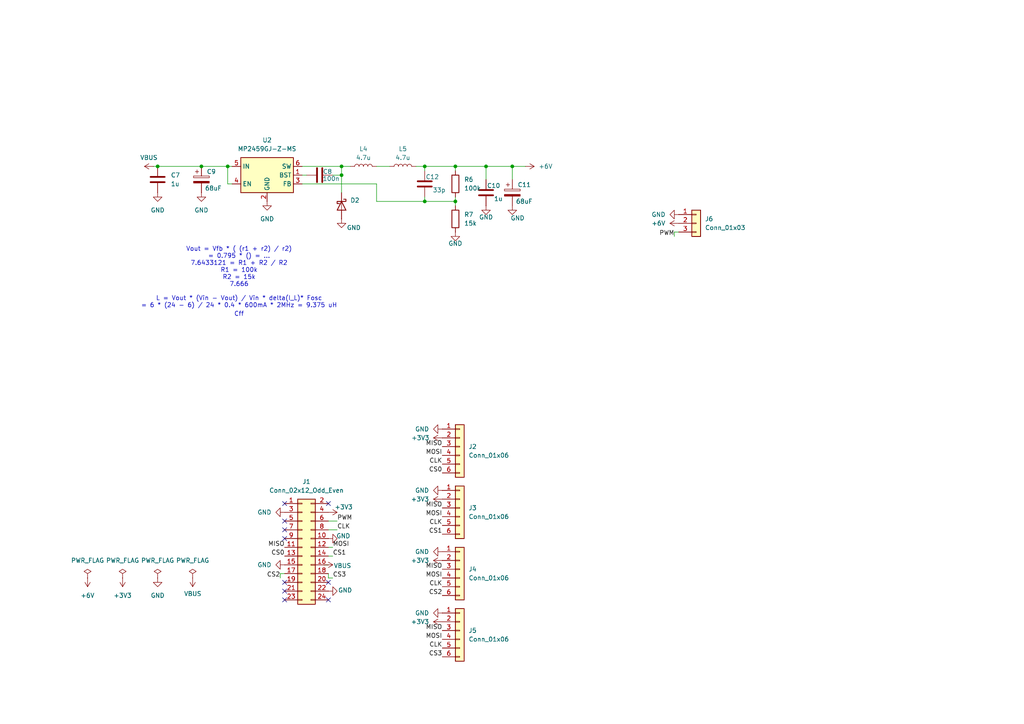
<source format=kicad_sch>
(kicad_sch (version 20250114) (generator "eeschema") (generator_version "9.0")
  (paper "A4")
  (lib_symbols
    (symbol "Bluesat:MP2459GJ-Z-MS"
      (property "Reference" "U" (at -7.62 6.35 0))
      (property "Value" "MP2459GJ-Z-MS" (at 2.54 6.35 0))
      (symbol "MP2459GJ-Z-MS_0_1"
        (rectangle (start -7.62 5.08) (end 7.62 -5.08) (stroke (width 0.254)) (fill (type background)))
      )
      (symbol "MP2459GJ-Z-MS_1_1"
        (pin power_in line (at -10.16 2.54 0) (length 2.54) (name "IN") (number "5"))
        (pin passive line (at -10.16 -2.54 0) (length 2.54) (name "EN") (number "4"))
        (pin power_in line (at 0 -7.62 90) (length 2.54) (name "GND") (number "2"))
        (pin output line (at 10.16 2.54 180) (length 2.54) (name "SW") (number "6"))
        (pin passive line (at 10.16 0 180) (length 2.54) (name "BST") (number "1"))
        (pin input line (at 10.16 -2.54 180) (length 2.54) (name "FB") (number "3"))
      )
    )
    (symbol "Connector_Generic:Conn_01x03" (pin_names (offset 1.016) (hide yes))
      (property "Reference" "J" (at 0 5.08 0))
      (property "Value" "Conn_01x03" (at 0 -5.08 0))
      (symbol "Conn_01x03_1_1"
        (rectangle (start -1.27 3.81) (end 1.27 -3.81) (stroke (width 0.254)) (fill (type background)))
        (rectangle (start -1.27 2.667) (end 0 2.413) (stroke (width 0.1524)))
        (rectangle (start -1.27 0.127) (end 0 -0.127) (stroke (width 0.1524)))
        (rectangle (start -1.27 -2.413) (end 0 -2.667) (stroke (width 0.1524)))
        (pin passive line (at -5.08 2.54 0) (length 3.81) (name "Pin_1") (number "1"))
        (pin passive line (at -5.08 0 0) (length 3.81) (name "Pin_2") (number "2"))
        (pin passive line (at -5.08 -2.54 0) (length 3.81) (name "Pin_3") (number "3"))
      )
    )
    (symbol "Connector_Generic:Conn_01x06" (pin_names (offset 1.016) (hide yes))
      (property "Reference" "J" (at 0 7.62 0))
      (property "Value" "Conn_01x06" (at 0 -10.16 0))
      (symbol "Conn_01x06_1_1"
        (rectangle (start -1.27 6.35) (end 1.27 -8.89) (stroke (width 0.254)) (fill (type background)))
        (rectangle (start -1.27 5.207) (end 0 4.953) (stroke (width 0.1524)))
        (rectangle (start -1.27 2.667) (end 0 2.413) (stroke (width 0.1524)))
        (rectangle (start -1.27 0.127) (end 0 -0.127) (stroke (width 0.1524)))
        (rectangle (start -1.27 -2.413) (end 0 -2.667) (stroke (width 0.1524)))
        (rectangle (start -1.27 -4.953) (end 0 -5.207) (stroke (width 0.1524)))
        (rectangle (start -1.27 -7.493) (end 0 -7.747) (stroke (width 0.1524)))
        (pin passive line (at -5.08 5.08 0) (length 3.81) (name "Pin_1") (number "1"))
        (pin passive line (at -5.08 2.54 0) (length 3.81) (name "Pin_2") (number "2"))
        (pin passive line (at -5.08 0 0) (length 3.81) (name "Pin_3") (number "3"))
        (pin passive line (at -5.08 -2.54 0) (length 3.81) (name "Pin_4") (number "4"))
        (pin passive line (at -5.08 -5.08 0) (length 3.81) (name "Pin_5") (number "5"))
        (pin passive line (at -5.08 -7.62 0) (length 3.81) (name "Pin_6") (number "6"))
      )
    )
    (symbol "Connector_Generic:Conn_02x12_Odd_Even" (pin_names (offset 1.016) (hide yes))
      (property "Reference" "J" (at 1.27 15.24 0))
      (property "Value" "Conn_02x12_Odd_Even" (at 1.27 -17.78 0))
      (symbol "Conn_02x12_Odd_Even_1_1"
        (rectangle (start -1.27 13.97) (end 3.81 -16.51) (stroke (width 0.254)) (fill (type background)))
        (rectangle (start -1.27 12.827) (end 0 12.573) (stroke (width 0.1524)))
        (rectangle (start -1.27 10.287) (end 0 10.033) (stroke (width 0.1524)))
        (rectangle (start -1.27 7.747) (end 0 7.493) (stroke (width 0.1524)))
        (rectangle (start -1.27 5.207) (end 0 4.953) (stroke (width 0.1524)))
        (rectangle (start -1.27 2.667) (end 0 2.413) (stroke (width 0.1524)))
        (rectangle (start -1.27 0.127) (end 0 -0.127) (stroke (width 0.1524)))
        (rectangle (start -1.27 -2.413) (end 0 -2.667) (stroke (width 0.1524)))
        (rectangle (start -1.27 -4.953) (end 0 -5.207) (stroke (width 0.1524)))
        (rectangle (start -1.27 -7.493) (end 0 -7.747) (stroke (width 0.1524)))
        (rectangle (start -1.27 -10.033) (end 0 -10.287) (stroke (width 0.1524)))
        (rectangle (start -1.27 -12.573) (end 0 -12.827) (stroke (width 0.1524)))
        (rectangle (start -1.27 -15.113) (end 0 -15.367) (stroke (width 0.1524)))
        (rectangle (start 3.81 12.827) (end 2.54 12.573) (stroke (width 0.1524)))
        (rectangle (start 3.81 10.287) (end 2.54 10.033) (stroke (width 0.1524)))
        (rectangle (start 3.81 7.747) (end 2.54 7.493) (stroke (width 0.1524)))
        (rectangle (start 3.81 5.207) (end 2.54 4.953) (stroke (width 0.1524)))
        (rectangle (start 3.81 2.667) (end 2.54 2.413) (stroke (width 0.1524)))
        (rectangle (start 3.81 0.127) (end 2.54 -0.127) (stroke (width 0.1524)))
        (rectangle (start 3.81 -2.413) (end 2.54 -2.667) (stroke (width 0.1524)))
        (rectangle (start 3.81 -4.953) (end 2.54 -5.207) (stroke (width 0.1524)))
        (rectangle (start 3.81 -7.493) (end 2.54 -7.747) (stroke (width 0.1524)))
        (rectangle (start 3.81 -10.033) (end 2.54 -10.287) (stroke (width 0.1524)))
        (rectangle (start 3.81 -12.573) (end 2.54 -12.827) (stroke (width 0.1524)))
        (rectangle (start 3.81 -15.113) (end 2.54 -15.367) (stroke (width 0.1524)))
        (pin passive line (at -5.08 12.7 0) (length 3.81) (name "Pin_1") (number "1"))
        (pin passive line (at -5.08 10.16 0) (length 3.81) (name "Pin_3") (number "3"))
        (pin passive line (at -5.08 7.62 0) (length 3.81) (name "Pin_5") (number "5"))
        (pin passive line (at -5.08 5.08 0) (length 3.81) (name "Pin_7") (number "7"))
        (pin passive line (at -5.08 2.54 0) (length 3.81) (name "Pin_9") (number "9"))
        (pin passive line (at -5.08 0 0) (length 3.81) (name "Pin_11") (number "11"))
        (pin passive line (at -5.08 -2.54 0) (length 3.81) (name "Pin_13") (number "13"))
        (pin passive line (at -5.08 -5.08 0) (length 3.81) (name "Pin_15") (number "15"))
        (pin passive line (at -5.08 -7.62 0) (length 3.81) (name "Pin_17") (number "17"))
        (pin passive line (at -5.08 -10.16 0) (length 3.81) (name "Pin_19") (number "19"))
        (pin passive line (at -5.08 -12.7 0) (length 3.81) (name "Pin_21") (number "21"))
        (pin passive line (at -5.08 -15.24 0) (length 3.81) (name "Pin_23") (number "23"))
        (pin passive line (at 7.62 12.7 180) (length 3.81) (name "Pin_2") (number "2"))
        (pin passive line (at 7.62 10.16 180) (length 3.81) (name "Pin_4") (number "4"))
        (pin passive line (at 7.62 7.62 180) (length 3.81) (name "Pin_6") (number "6"))
        (pin passive line (at 7.62 5.08 180) (length 3.81) (name "Pin_8") (number "8"))
        (pin passive line (at 7.62 2.54 180) (length 3.81) (name "Pin_10") (number "10"))
        (pin passive line (at 7.62 0 180) (length 3.81) (name "Pin_12") (number "12"))
        (pin passive line (at 7.62 -2.54 180) (length 3.81) (name "Pin_14") (number "14"))
        (pin passive line (at 7.62 -5.08 180) (length 3.81) (name "Pin_16") (number "16"))
        (pin passive line (at 7.62 -7.62 180) (length 3.81) (name "Pin_18") (number "18"))
        (pin passive line (at 7.62 -10.16 180) (length 3.81) (name "Pin_20") (number "20"))
        (pin passive line (at 7.62 -12.7 180) (length 3.81) (name "Pin_22") (number "22"))
        (pin passive line (at 7.62 -15.24 180) (length 3.81) (name "Pin_24") (number "24"))
      )
    )
    (symbol "Device:C" (pin_numbers (hide yes)) (pin_names (offset 0.254))
      (property "Reference" "C" (at 0.635 2.54 0))
      (property "Value" "C" (at 0.635 -2.54 0))
      (symbol "C_0_1"
        (polyline (pts (xy -2.032 0.762) (xy 2.032 0.762)) (stroke (width 0.508)))
        (polyline (pts (xy -2.032 -0.762) (xy 2.032 -0.762)) (stroke (width 0.508)))
      )
      (symbol "C_1_1"
        (pin passive line (at 0 3.81 270) (length 2.794) (name "~") (number "1"))
        (pin passive line (at 0 -3.81 90) (length 2.794) (name "~") (number "2"))
      )
    )
    (symbol "Device:C_Polarized" (pin_numbers (hide yes)) (pin_names (offset 0.254))
      (property "Reference" "C" (at 0.635 2.54 0))
      (property "Value" "C_Polarized" (at 0.635 -2.54 0))
      (symbol "C_Polarized_0_1"
        (rectangle (start -2.286 0.508) (end 2.286 1.016))
        (polyline (pts (xy -1.778 2.286) (xy -0.762 2.286)))
        (polyline (pts (xy -1.27 2.794) (xy -1.27 1.778)))
        (rectangle (start 2.286 -0.508) (end -2.286 -1.016) (fill (type outline)))
      )
      (symbol "C_Polarized_1_1"
        (pin passive line (at 0 3.81 270) (length 2.794) (name "~") (number "1"))
        (pin passive line (at 0 -3.81 90) (length 2.794) (name "~") (number "2"))
      )
    )
    (symbol "Device:D_Schottky" (pin_numbers (hide yes)) (pin_names (offset 1.016) (hide yes))
      (property "Reference" "D" (at 0 2.54 0))
      (property "Value" "D_Schottky" (at 0 -2.54 0))
      (symbol "D_Schottky_0_1"
        (polyline (pts (xy -1.905 0.635) (xy -1.905 1.27) (xy -1.27 1.27) (xy -1.27 -1.27) (xy -0.635 -1.27) (xy -0.635 -0.635)) (stroke (width 0.254)))
        (polyline (pts (xy 1.27 1.27) (xy 1.27 -1.27) (xy -1.27 0) (xy 1.27 1.27)) (stroke (width 0.254)))
        (polyline (pts (xy 1.27 0) (xy -1.27 0)))
      )
      (symbol "D_Schottky_1_1"
        (pin passive line (at -3.81 0 0) (length 2.54) (name "K") (number "1"))
        (pin passive line (at 3.81 0 180) (length 2.54) (name "A") (number "2"))
      )
    )
    (symbol "Device:L" (pin_numbers (hide yes)) (pin_names (offset 1.016) (hide yes))
      (property "Reference" "L" (at -1.27 0 90))
      (property "Value" "L" (at 1.905 0 90))
      (symbol "L_0_1"
        (arc (start 0 2.54) (mid 0.6323 1.905) (end 0 1.27))
        (arc (start 0 1.27) (mid 0.6323 0.635) (end 0 0))
        (arc (start 0 0) (mid 0.6323 -0.635) (end 0 -1.27))
        (arc (start 0 -1.27) (mid 0.6323 -1.905) (end 0 -2.54))
      )
      (symbol "L_1_1"
        (pin passive line (at 0 3.81 270) (length 1.27) (name "1") (number "1"))
        (pin passive line (at 0 -3.81 90) (length 1.27) (name "2") (number "2"))
      )
    )
    (symbol "Device:R" (pin_numbers (hide yes)) (pin_names (offset 0))
      (property "Reference" "R" (at 2.032 0 90))
      (property "Value" "R" (at 0 0 90))
      (symbol "R_0_1"
        (rectangle (start -1.016 -2.54) (end 1.016 2.54) (stroke (width 0.254)))
      )
      (symbol "R_1_1"
        (pin passive line (at 0 3.81 270) (length 1.27) (name "~") (number "1"))
        (pin passive line (at 0 -3.81 90) (length 1.27) (name "~") (number "2"))
      )
    )
    (symbol "power:+12V" (power) (pin_numbers (hide yes)) (pin_names (offset 0) (hide yes))
      (property "Value" "+12V" (at 0 3.556 0))
      (symbol "+12V_0_1"
        (polyline (pts (xy -0.762 1.27) (xy 0 2.54)))
        (polyline (pts (xy 0 2.54) (xy 0.762 1.27)))
        (polyline (pts (xy 0 0) (xy 0 2.54)))
      )
      (symbol "+12V_1_1"
        (pin power_in line (at 0 0 90) (length 0) (name "~") (number "1"))
      )
    )
    (symbol "power:+3V3" (power) (pin_numbers (hide yes)) (pin_names (offset 0) (hide yes))
      (property "Value" "+3V3" (at 0 3.556 0))
      (symbol "+3V3_0_1"
        (polyline (pts (xy -0.762 1.27) (xy 0 2.54)))
        (polyline (pts (xy 0 2.54) (xy 0.762 1.27)))
        (polyline (pts (xy 0 0) (xy 0 2.54)))
      )
      (symbol "+3V3_1_1"
        (pin power_in line (at 0 0 90) (length 0) (name "~") (number "1"))
      )
    )
    (symbol "power:+6V" (power) (pin_numbers (hide yes)) (pin_names (offset 0) (hide yes))
      (property "Value" "+6V" (at 0 3.556 0))
      (symbol "+6V_0_1"
        (polyline (pts (xy -0.762 1.27) (xy 0 2.54)))
        (polyline (pts (xy 0 2.54) (xy 0.762 1.27)))
        (polyline (pts (xy 0 0) (xy 0 2.54)))
      )
      (symbol "+6V_1_1"
        (pin power_in line (at 0 0 90) (length 0) (name "~") (number "1"))
      )
    )
    (symbol "power:GND" (power) (pin_numbers (hide yes)) (pin_names (offset 0) (hide yes))
      (property "Value" "GND" (at 0 -3.81 0))
      (symbol "GND_0_1"
        (polyline (pts (xy 0 0) (xy 0 -1.27) (xy 1.27 -1.27) (xy 0 -2.54) (xy -1.27 -1.27) (xy 0 -1.27)))
      )
      (symbol "GND_1_1"
        (pin power_in line (at 0 0 270) (length 0) (name "~") (number "1"))
      )
    )
    (symbol "power:PWR_FLAG" (power) (pin_numbers (hide yes)) (pin_names (offset 0) (hide yes))
      (property "Value" "PWR_FLAG" (at 0 3.81 0))
      (symbol "PWR_FLAG_0_0"
        (pin power_out line (at 0 0 90) (length 0) (name "~") (number "1"))
      )
      (symbol "PWR_FLAG_0_1"
        (polyline (pts (xy 0 0) (xy 0 1.27) (xy -1.016 1.905) (xy 0 2.54) (xy 1.016 1.905) (xy 0 1.27)))
      )
    )
    (symbol "power:VBUS" (power) (pin_numbers (hide yes)) (pin_names (offset 0) (hide yes))
      (property "Value" "VBUS" (at 0 3.556 0))
      (symbol "VBUS_0_1"
        (polyline (pts (xy -0.762 1.27) (xy 0 2.54)))
        (polyline (pts (xy 0 2.54) (xy 0.762 1.27)))
        (polyline (pts (xy 0 0) (xy 0 2.54)))
      )
      (symbol "VBUS_1_1"
        (pin power_in line (at 0 0 90) (length 0) (name "~") (number "1"))
      )
    )
  )
  (text "Vout = Vfb * ( (r1 + r2) / r2)\n= 0.795 * () = ...\n7.6433121 = R1 + R2 / R2\nR1 = 100k\nR2 = 15k\n7.666\n\nL = Vout * (Vin - Vout) / Vin * delta(I_L)* Fosc\n= 6 * (24 - 6) / 24 * 0.4 * 600mA * 2MHz = 9.375 uH\n\n\n" (at 69.342 82.55 0) (effects (font (size 1.27 1.27))))
  (text "Cff\n" (at 69.342 91.186 0) (effects (font (size 1.27 1.27))))
  (junction (at 140.97 48.26))
  (junction (at 99.06 50.8))
  (junction (at 58.42 48.26))
  (junction (at 148.59 48.26))
  (junction (at 132.08 48.26))
  (junction (at 99.06 48.26))
  (junction (at 66.04 48.26))
  (junction (at 123.19 58.42))
  (junction (at 123.19 48.26))
  (junction (at 45.72 48.26))
  (junction (at 132.08 58.42))
  (no_connect (at 82.55 151.13))
  (no_connect (at 82.55 146.05))
  (no_connect (at 82.55 153.67))
  (no_connect (at 82.55 156.21))
  (no_connect (at 82.55 168.91))
  (no_connect (at 95.25 146.05))
  (no_connect (at 82.55 171.45))
  (no_connect (at 82.55 173.99))
  (no_connect (at 95.25 173.99))
  (no_connect (at 95.25 168.91))
  (wire (pts (xy 123.19 48.26) (xy 132.08 48.26)))
  (wire (pts (xy 123.19 48.26) (xy 123.19 49.53)))
  (wire (pts (xy 45.72 48.26) (xy 58.42 48.26)))
  (wire (pts (xy 66.04 53.34) (xy 67.31 53.34)))
  (wire (pts (xy 99.06 55.88) (xy 99.06 50.8)))
  (wire (pts (xy 132.08 58.42) (xy 132.08 59.69)))
  (wire (pts (xy 95.25 151.13) (xy 97.79 151.13)))
  (wire (pts (xy 81.28 167.64) (xy 81.28 166.37)))
  (wire (pts (xy 44.45 48.26) (xy 45.72 48.26)))
  (wire (pts (xy 123.19 58.42) (xy 132.08 58.42)))
  (wire (pts (xy 109.22 53.34) (xy 109.22 58.42)))
  (wire (pts (xy 87.63 53.34) (xy 109.22 53.34)))
  (wire (pts (xy 66.04 48.26) (xy 66.04 53.34)))
  (wire (pts (xy 140.97 48.26) (xy 148.59 48.26)))
  (wire (pts (xy 195.58 67.31) (xy 196.85 67.31)))
  (wire (pts (xy 95.25 167.64) (xy 95.25 166.37)))
  (wire (pts (xy 109.22 48.26) (xy 113.03 48.26)))
  (wire (pts (xy 148.59 48.26) (xy 152.4 48.26)))
  (wire (pts (xy 148.59 52.07) (xy 148.59 48.26)))
  (wire (pts (xy 96.52 50.8) (xy 99.06 50.8)))
  (wire (pts (xy 120.65 48.26) (xy 123.19 48.26)))
  (wire (pts (xy 96.52 161.29) (xy 95.25 161.29)))
  (wire (pts (xy 195.58 68.58) (xy 195.58 67.31)))
  (wire (pts (xy 123.19 57.15) (xy 123.19 58.42)))
  (wire (pts (xy 58.42 48.26) (xy 66.04 48.26)))
  (wire (pts (xy 132.08 48.26) (xy 140.97 48.26)))
  (wire (pts (xy 99.06 50.8) (xy 99.06 48.26)))
  (wire (pts (xy 81.28 166.37) (xy 82.55 166.37)))
  (wire (pts (xy 99.06 48.26) (xy 101.6 48.26)))
  (wire (pts (xy 132.08 57.15) (xy 132.08 58.42)))
  (wire (pts (xy 87.63 48.26) (xy 99.06 48.26)))
  (wire (pts (xy 87.63 50.8) (xy 88.9 50.8)))
  (wire (pts (xy 109.22 58.42) (xy 123.19 58.42)))
  (wire (pts (xy 96.52 167.64) (xy 95.25 167.64)))
  (wire (pts (xy 132.08 48.26) (xy 132.08 49.53)))
  (wire (pts (xy 66.04 48.26) (xy 67.31 48.26)))
  (wire (pts (xy 140.97 48.26) (xy 140.97 52.07)))
  (wire (pts (xy 96.52 158.75) (xy 95.25 158.75)))
  (wire (pts (xy 93.98 163.83) (xy 95.25 163.83)))
  (wire (pts (xy 97.79 153.67) (xy 95.25 153.67)))
  (label "MOSI" (at 128.27 167.64 180))
  (label "MOSI" (at 128.27 185.42 180))
  (label "CS0" (at 82.55 161.29 180))
  (label "MOSI" (at 128.27 149.86 180))
  (label "CS3" (at 96.52 167.64 0))
  (label "PWM" (at 97.79 151.13 0))
  (label "CLK" (at 128.27 152.4 180))
  (label "MISO" (at 82.55 158.75 180))
  (label "MISO" (at 128.27 182.88 180))
  (label "MISO" (at 128.27 147.32 180))
  (label "CS1" (at 128.27 154.94 180))
  (label "MOSI" (at 96.52 158.75 0))
  (label "CS0" (at 128.27 137.16 180))
  (label "CLK" (at 128.27 134.62 180))
  (label "CS2" (at 81.28 167.64 180))
  (label "CLK" (at 128.27 170.18 180))
  (label "CS1" (at 96.52 161.29 0))
  (label "MOSI" (at 128.27 132.08 180))
  (label "MISO" (at 128.27 165.1 180))
  (label "CLK" (at 128.27 187.96 180))
  (label "CS3" (at 128.27 190.5 180))
  (label "PWM" (at 195.58 68.58 180))
  (label "MISO" (at 128.27 129.54 180))
  (label "CLK" (at 97.79 153.67 0))
  (label "CS2" (at 128.27 172.72 180))
  (symbol (lib_id "power:+3V3") (at 128.27 180.34 90) (unit 1)
    (property "Reference" "#PWR012" (effects (hide yes)))
    (property "Value" "+3V3" (at 124.46 180.3399 90) (effects (justify left)))
    (property "Description" "Power symbol creates a global label with name \"+3V3\"" (effects (hide yes)))
  )
  (symbol (lib_id "power:GND") (at 95.25 171.45 90) (unit 1)
    (property "Reference" "#PWR013" (effects (hide yes)))
    (property "Value" "GND" (at 98.044 171.196 90) (effects (justify right)))
    (property "Description" "Power symbol creates a global label with name \"GND\" , ground" (effects (hide yes)))
  )
  (symbol (lib_id "power:GND") (at 128.27 160.02 270) (unit 1)
    (property "Reference" "#PWR09" (effects (hide yes)))
    (property "Value" "GND" (at 124.46 160.0199 90) (effects (justify right)))
    (property "Description" "Power symbol creates a global label with name \"GND\" , ground" (effects (hide yes)))
  )
  (symbol (lib_id "Connector_Generic:Conn_01x06") (at 133.35 147.32 0) (unit 1)
    (property "Reference" "J3" (at 135.89 147.3199 0) (effects (justify left)))
    (property "Value" "Conn_01x06" (at 135.89 149.8599 0) (effects (justify left)))
    (property "Footprint" "Bluesat:SM06B-PASS" (effects (hide yes)))
    (property "Description" "Generic connector, single row, 01x06, script generated (kicad-library-utils/schlib/autogen/connector/)" (effects (hide yes)))
  )
  (symbol (lib_id "power:GND") (at 58.42 55.88 0) (unit 1)
    (property "Reference" "#PWR034" (effects (hide yes)))
    (property "Value" "GND" (at 58.42 60.96 0))
    (property "Description" "Power symbol creates a global label with name \"GND\" , ground" (effects (hide yes)))
  )
  (symbol (lib_id "Device:L") (at 116.84 48.26 90) (unit 1)
    (property "Reference" "L5" (at 116.84 43.18 90))
    (property "Value" "4.7u" (at 116.84 45.72 90))
    (property "Footprint" "Inductor_SMD:L_Changjiang_FNR4020S" (effects (hide yes)))
    (property "Description" "Inductor" (effects (hide yes)))
  )
  (symbol (lib_id "power:+6V") (at 152.4 48.26 270) (unit 1)
    (property "Reference" "#PWR036" (effects (hide yes)))
    (property "Value" "+6V" (at 156.21 48.2599 90) (effects (justify left)))
    (property "Description" "Power symbol creates a global label with name \"+6V\"" (effects (hide yes)))
  )
  (symbol (lib_id "power:+12V") (at 25.4 167.64 180) (unit 1)
    (property "Reference" "#PWR028" (effects (hide yes)))
    (property "Value" "+6V" (at 25.4 172.72 0))
    (property "Description" "Power symbol creates a global label with name \"+12V\"" (effects (hide yes)))
  )
  (symbol (lib_id "power:PWR_FLAG") (at 25.4 167.64 0) (unit 1)
    (property "Reference" "#FLG04" (effects (hide yes)))
    (property "Value" "PWR_FLAG" (at 25.4 162.56 0))
    (property "Description" "Special symbol for telling ERC where power comes from" (effects (hide yes)))
  )
  (symbol (lib_id "Device:C") (at 45.72 52.07 0) (unit 1)
    (property "Reference" "C7" (at 49.53 50.7999 0) (effects (justify left)))
    (property "Value" "1u" (at 49.53 53.3399 0) (effects (justify left)))
    (property "Footprint" "Capacitor_SMD:C_1206_3216Metric" (effects (hide yes)))
    (property "Description" "Unpolarized capacitor" (effects (hide yes)))
  )
  (symbol (lib_id "Connector_Generic:Conn_02x12_Odd_Even") (at 87.63 158.75 0) (unit 1)
    (property "Reference" "J1" (at 88.9 139.7 0))
    (property "Value" "Conn_02x12_Odd_Even" (at 88.9 142.24 0))
    (property "Footprint" "Bluesat:BM24B-ZPDSS" (effects (hide yes)))
    (property "Description" "Generic connector, double row, 02x12, odd/even pin numbering scheme (row 1 odd numbers, row 2 even numbers), script generated (kicad-library-utils/schlib/autogen/connector/)" (effects (hide yes)))
  )
  (symbol (lib_id "power:VBUS") (at 93.98 163.83 270) (unit 1)
    (property "Reference" "#PWR017" (effects (hide yes)))
    (property "Value" "VBUS" (at 96.774 164.084 90) (effects (justify left)))
    (property "Description" "Power symbol creates a global label with name \"VBUS\"" (effects (hide yes)))
  )
  (symbol (lib_id "Connector_Generic:Conn_01x06") (at 133.35 182.88 0) (unit 1)
    (property "Reference" "J5" (at 135.89 182.8799 0) (effects (justify left)))
    (property "Value" "Conn_01x06" (at 135.89 185.4199 0) (effects (justify left)))
    (property "Footprint" "Bluesat:SM06B-PASS" (effects (hide yes)))
    (property "Description" "Generic connector, single row, 01x06, script generated (kicad-library-utils/schlib/autogen/connector/)" (effects (hide yes)))
  )
  (symbol (lib_id "power:GND") (at 128.27 177.8 270) (unit 1)
    (property "Reference" "#PWR011" (effects (hide yes)))
    (property "Value" "GND" (at 124.46 177.7999 90) (effects (justify right)))
    (property "Description" "Power symbol creates a global label with name \"GND\" , ground" (effects (hide yes)))
  )
  (symbol (lib_id "Device:C_Polarized") (at 148.59 55.88 0) (unit 1)
    (property "Reference" "C11" (at 150.114 53.594 0) (effects (justify left)))
    (property "Value" "68uF" (at 149.606 58.42 0) (effects (justify left)))
    (property "Footprint" "Capacitor_SMD:CP_Elec_10x10" (effects (hide yes)))
    (property "Description" "Polarized capacitor" (effects (hide yes)))
  )
  (symbol (lib_id "power:+3V3") (at 128.27 127 90) (unit 1)
    (property "Reference" "#PWR01" (effects (hide yes)))
    (property "Value" "+3V3" (at 121.92 127 90))
    (property "Description" "Power symbol creates a global label with name \"+3V3\"" (effects (hide yes)))
  )
  (symbol (lib_id "Connector_Generic:Conn_01x06") (at 133.35 165.1 0) (unit 1)
    (property "Reference" "J4" (at 135.89 165.0999 0) (effects (justify left)))
    (property "Value" "Conn_01x06" (at 135.89 167.6399 0) (effects (justify left)))
    (property "Footprint" "Bluesat:SM06B-PASS" (effects (hide yes)))
    (property "Description" "Generic connector, single row, 01x06, script generated (kicad-library-utils/schlib/autogen/connector/)" (effects (hide yes)))
  )
  (symbol (lib_id "power:GND") (at 99.06 63.5 0) (unit 1)
    (property "Reference" "#PWR035" (effects (hide yes)))
    (property "Value" "GND" (at 102.616 66.04 0))
    (property "Description" "Power symbol creates a global label with name \"GND\" , ground" (effects (hide yes)))
  )
  (symbol (lib_id "power:PWR_FLAG") (at 55.88 167.64 0) (unit 1)
    (property "Reference" "#FLG03" (effects (hide yes)))
    (property "Value" "PWR_FLAG" (at 55.88 162.56 0))
    (property "Description" "Special symbol for telling ERC where power comes from" (effects (hide yes)))
  )
  (symbol (lib_id "Device:L") (at 105.41 48.26 90) (unit 1)
    (property "Reference" "L4" (at 105.41 43.18 90))
    (property "Value" "4.7u" (at 105.41 45.72 90))
    (property "Footprint" "Inductor_SMD:L_Changjiang_FNR4020S" (effects (hide yes)))
    (property "Description" "Inductor" (effects (hide yes)))
  )
  (symbol (lib_id "power:+3V3") (at 128.27 144.78 90) (unit 1)
    (property "Reference" "#PWR08" (effects (hide yes)))
    (property "Value" "+3V3" (at 124.46 144.7799 90) (effects (justify left)))
    (property "Description" "Power symbol creates a global label with name \"+3V3\"" (effects (hide yes)))
  )
  (symbol (lib_id "power:GND") (at 77.47 58.42 0) (unit 1)
    (property "Reference" "#PWR031" (effects (hide yes)))
    (property "Value" "GND" (at 77.47 63.5 0))
    (property "Description" "Power symbol creates a global label with name \"GND\" , ground" (effects (hide yes)))
  )
  (symbol (lib_id "Device:C") (at 123.19 53.34 0) (unit 1)
    (property "Reference" "C12" (at 123.444 51.308 0) (effects (justify left)))
    (property "Value" "33p" (at 125.476 55.118 0) (effects (justify left)))
    (property "Footprint" "Capacitor_SMD:C_0402_1005Metric" (effects (hide yes)))
    (property "Description" "Unpolarized capacitor" (effects (hide yes)))
  )
  (symbol (lib_id "power:+12V") (at 44.45 48.26 90) (unit 1)
    (property "Reference" "#PWR032" (effects (hide yes)))
    (property "Value" "VBUS" (at 43.18 45.72 90))
    (property "Description" "Power symbol creates a global label with name \"+12V\"" (effects (hide yes)))
  )
  (symbol (lib_id "power:GND") (at 82.55 148.59 270) (unit 1)
    (property "Reference" "#PWR02" (effects (hide yes)))
    (property "Value" "GND" (at 78.74 148.5899 90) (effects (justify right)))
    (property "Description" "Power symbol creates a global label with name \"GND\" , ground" (effects (hide yes)))
  )
  (symbol (lib_id "Device:C_Polarized") (at 58.42 52.07 0) (unit 1)
    (property "Reference" "C9" (at 59.944 49.784 0) (effects (justify left)))
    (property "Value" "68uF" (at 59.436 54.61 0) (effects (justify left)))
    (property "Footprint" "Capacitor_SMD:CP_Elec_10x10" (effects (hide yes)))
    (property "Description" "Polarized capacitor" (effects (hide yes)))
  )
  (symbol (lib_id "power:+3V3") (at 128.27 162.56 90) (unit 1)
    (property "Reference" "#PWR010" (effects (hide yes)))
    (property "Value" "+3V3" (at 124.46 162.5599 90) (effects (justify left)))
    (property "Description" "Power symbol creates a global label with name \"+3V3\"" (effects (hide yes)))
  )
  (symbol (lib_id "Device:R") (at 132.08 53.34 0) (unit 1)
    (property "Reference" "R6" (at 134.62 52.0699 0) (effects (justify left)))
    (property "Value" "100k" (at 134.62 54.6099 0) (effects (justify left)))
    (property "Footprint" "Resistor_SMD:R_0402_1005Metric" (effects (hide yes)))
    (property "Description" "Resistor" (effects (hide yes)))
  )
  (symbol (lib_id "power:+6V") (at 196.85 64.77 90) (unit 1)
    (property "Reference" "#PWR029" (effects (hide yes)))
    (property "Value" "+6V" (at 193.04 64.7699 90) (effects (justify left)))
    (property "Description" "Power symbol creates a global label with name \"+6V\"" (effects (hide yes)))
  )
  (symbol (lib_id "power:GND") (at 45.72 167.64 0) (unit 1)
    (property "Reference" "#PWR015" (effects (hide yes)))
    (property "Value" "GND" (at 45.72 172.72 0))
    (property "Description" "Power symbol creates a global label with name \"GND\" , ground" (effects (hide yes)))
  )
  (symbol (lib_id "power:GND") (at 148.59 59.69 0) (unit 1)
    (property "Reference" "#PWR038" (effects (hide yes)))
    (property "Value" "GND" (at 150.114 63.246 0))
    (property "Description" "Power symbol creates a global label with name \"GND\" , ground" (effects (hide yes)))
  )
  (symbol (lib_id "power:GND") (at 132.08 67.31 0) (unit 1)
    (property "Reference" "#PWR039" (effects (hide yes)))
    (property "Value" "GND" (at 132.08 70.612 0))
    (property "Description" "Power symbol creates a global label with name \"GND\" , ground" (effects (hide yes)))
  )
  (symbol (lib_id "Device:D_Schottky") (at 99.06 59.69 270) (unit 1)
    (property "Reference" "D2" (at 101.6 58.1024 90) (effects (justify left)))
    (property "Value" "D_Schottky" (effects (hide yes)))
    (property "Footprint" "Diode_SMD:D_SMA" (effects (hide yes)))
    (property "Description" "Schottky diode" (effects (hide yes)))
  )
  (symbol (lib_id "Device:R") (at 132.08 63.5 0) (unit 1)
    (property "Reference" "R7" (at 134.62 62.2299 0) (effects (justify left)))
    (property "Value" "15k" (at 134.62 64.7699 0) (effects (justify left)))
    (property "Footprint" "Resistor_SMD:R_0402_1005Metric" (effects (hide yes)))
    (property "Description" "Resistor" (effects (hide yes)))
  )
  (symbol (lib_id "power:GND") (at 128.27 124.46 270) (unit 1)
    (property "Reference" "#PWR06" (effects (hide yes)))
    (property "Value" "GND" (at 124.46 124.4599 90) (effects (justify right)))
    (property "Description" "Power symbol creates a global label with name \"GND\" , ground" (effects (hide yes)))
  )
  (symbol (lib_id "Connector_Generic:Conn_01x06") (at 133.35 129.54 0) (unit 1)
    (property "Reference" "J2" (at 135.89 129.5399 0) (effects (justify left)))
    (property "Value" "Conn_01x06" (at 135.89 132.0799 0) (effects (justify left)))
    (property "Footprint" "Bluesat:SM06B-PASS" (effects (hide yes)))
    (property "Description" "Generic connector, single row, 01x06, script generated (kicad-library-utils/schlib/autogen/connector/)" (effects (hide yes)))
  )
  (symbol (lib_id "power:GND") (at 95.25 156.21 90) (unit 1)
    (property "Reference" "#PWR03" (effects (hide yes)))
    (property "Value" "GND" (at 97.536 155.448 90) (effects (justify right)))
    (property "Description" "Power symbol creates a global label with name \"GND\" , ground" (effects (hide yes)))
  )
  (symbol (lib_id "power:+3V3") (at 95.25 148.59 270) (unit 1)
    (property "Reference" "#PWR014" (effects (hide yes)))
    (property "Value" "+3V3" (at 97.028 147.066 90) (effects (justify left)))
    (property "Description" "Power symbol creates a global label with name \"+3V3\"" (effects (hide yes)))
  )
  (symbol (lib_id "power:GND") (at 196.85 62.23 270) (unit 1)
    (property "Reference" "#PWR030" (effects (hide yes)))
    (property "Value" "GND" (at 193.04 62.2299 90) (effects (justify right)))
    (property "Description" "Power symbol creates a global label with name \"GND\" , ground" (effects (hide yes)))
  )
  (symbol (lib_id "Bluesat:MP2459GJ-Z-MS") (at 77.47 50.8 0) (unit 1)
    (property "Reference" "U2" (at 77.47 40.64 0))
    (property "Value" "MP2459GJ-Z-MS" (at 77.47 43.18 0))
    (property "Footprint" "Package_TO_SOT_SMD:TSOT-23-6" (effects (hide yes)))
    (property "Datasheet" "https://www.lcsc.com/datasheet/lcsc_datasheet_2504101957_MSKSEMI-MP2459GJ-Z-MS_C45367195.pdf" (effects (hide yes)))
    (property "Description" "monolithic, step-down, switch mode converter with a built-in power MOSFET" (effects (hide yes)))
  )
  (symbol (lib_id "power:GND") (at 45.72 55.88 0) (unit 1)
    (property "Reference" "#PWR033" (effects (hide yes)))
    (property "Value" "GND" (at 45.72 60.96 0))
    (property "Description" "Power symbol creates a global label with name \"GND\" , ground" (effects (hide yes)))
  )
  (symbol (lib_id "Device:C") (at 140.97 55.88 0) (unit 1)
    (property "Reference" "C10" (at 141.224 53.848 0) (effects (justify left)))
    (property "Value" "1u" (at 143.256 57.658 0) (effects (justify left)))
    (property "Footprint" "Capacitor_SMD:C_0805_2012Metric" (effects (hide yes)))
    (property "Description" "Unpolarized capacitor" (effects (hide yes)))
  )
  (symbol (lib_id "power:PWR_FLAG") (at 45.72 167.64 0) (unit 1)
    (property "Reference" "#FLG02" (effects (hide yes)))
    (property "Value" "PWR_FLAG" (at 45.72 162.56 0))
    (property "Description" "Special symbol for telling ERC where power comes from" (effects (hide yes)))
  )
  (symbol (lib_id "power:PWR_FLAG") (at 35.56 167.64 0) (unit 1)
    (property "Reference" "#FLG01" (effects (hide yes)))
    (property "Value" "PWR_FLAG" (at 35.56 162.56 0))
    (property "Description" "Special symbol for telling ERC where power comes from" (effects (hide yes)))
  )
  (symbol (lib_id "power:GND") (at 128.27 142.24 270) (unit 1)
    (property "Reference" "#PWR07" (effects (hide yes)))
    (property "Value" "GND" (at 124.46 142.2399 90) (effects (justify right)))
    (property "Description" "Power symbol creates a global label with name \"GND\" , ground" (effects (hide yes)))
  )
  (symbol (lib_id "power:+12V") (at 55.88 167.64 180) (unit 1)
    (property "Reference" "#PWR016" (effects (hide yes)))
    (property "Value" "VBUS" (at 53.34 172.212 0) (effects (justify right)))
    (property "Description" "Power symbol creates a global label with name \"+12V\"" (effects (hide yes)))
  )
  (symbol (lib_id "power:GND") (at 140.97 59.69 0) (unit 1)
    (property "Reference" "#PWR037" (effects (hide yes)))
    (property "Value" "GND" (at 140.97 62.992 0))
    (property "Description" "Power symbol creates a global label with name \"GND\" , ground" (effects (hide yes)))
  )
  (symbol (lib_id "Device:C") (at 92.71 50.8 90) (unit 1)
    (property "Reference" "C8" (at 94.996 49.784 90))
    (property "Value" "100n" (at 98.552 51.816 90) (effects (justify left)))
    (property "Footprint" "Capacitor_SMD:C_0402_1005Metric" (effects (hide yes)))
    (property "Description" "Unpolarized capacitor" (effects (hide yes)))
  )
  (symbol (lib_id "power:GND") (at 82.55 163.83 270) (unit 1)
    (property "Reference" "#PWR04" (effects (hide yes)))
    (property "Value" "GND" (at 78.74 163.8299 90) (effects (justify right)))
    (property "Description" "Power symbol creates a global label with name \"GND\" , ground" (effects (hide yes)))
  )
  (symbol (lib_id "power:+3V3") (at 35.56 167.64 180) (unit 1)
    (property "Reference" "#PWR05" (effects (hide yes)))
    (property "Value" "+3V3" (at 35.56 172.72 0))
    (property "Description" "Power symbol creates a global label with name \"+3V3\"" (effects (hide yes)))
  )
  (symbol (lib_id "Connector_Generic:Conn_01x03") (at 201.93 64.77 0) (unit 1)
    (property "Reference" "J6" (at 204.47 63.4999 0) (effects (justify left)))
    (property "Value" "Conn_01x03" (at 204.47 66.0399 0) (effects (justify left)))
    (property "Footprint" "Bluesat:BM03B-PASS" (effects (hide yes)))
    (property "Description" "Generic connector, single row, 01x03, script generated (kicad-library-utils/schlib/autogen/connector/)" (effects (hide yes)))
  )
)
</source>
